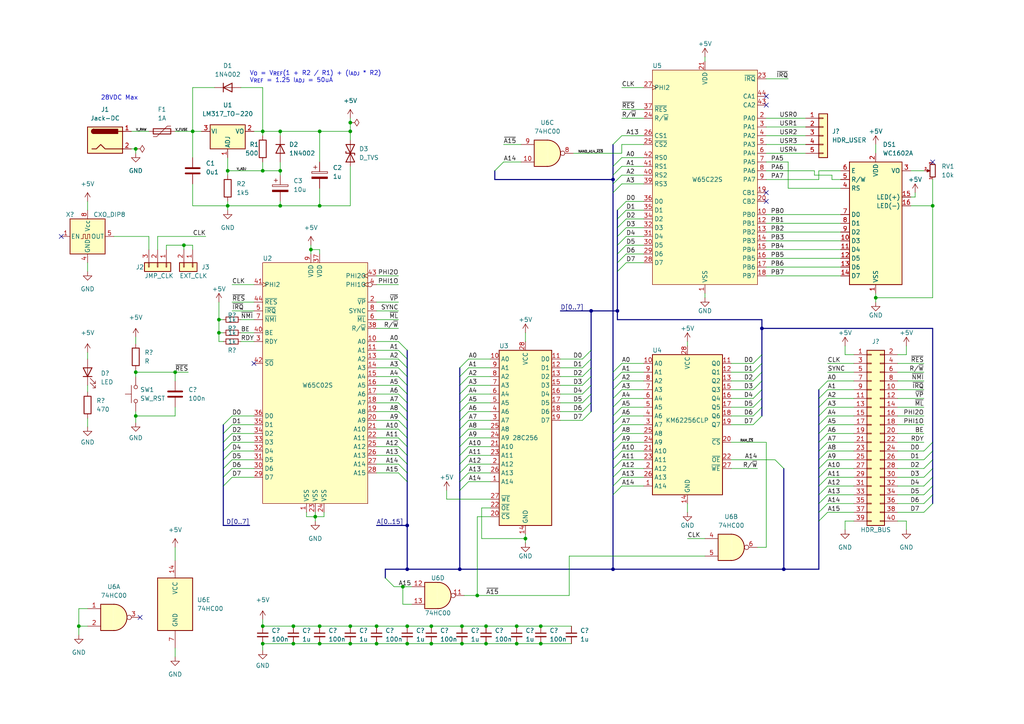
<source format=kicad_sch>
(kicad_sch (version 20211123) (generator eeschema)
  (paper "A4")
  (junction (at 140.97 186.69))
  (junction (at 138.43 172.72))
  (junction (at 118.11 186.69))
  (junction (at 118.11 165.1))
  (junction (at 39.37 107.95))
  (junction (at 81.28 59.69))
  (junction (at 270.51 59.69))
  (junction (at 101.6 181.61))
  (junction (at 101.6 186.69))
  (junction (at 92.71 186.69))
  (junction (at 76.2 49.53))
  (junction (at 125.095 186.69))
  (junction (at 63.5 92.71))
  (junction (at 179.07 90.17))
  (junction (at 118.11 152.4))
  (junction (at 81.28 49.53))
  (junction (at 220.98 95.25))
  (junction (at 66.04 49.53))
  (junction (at 149.86 186.69))
  (junction (at 76.2 38.1))
  (junction (at 53.34 71.12))
  (junction (at 91.44 149.86))
  (junction (at 76.2 181.61))
  (junction (at 177.8 52.07))
  (junction (at 156.845 186.69))
  (junction (at 109.22 186.69))
  (junction (at 85.09 186.69))
  (junction (at 116.84 170.18))
  (junction (at 39.37 120.65))
  (junction (at 227.33 165.1))
  (junction (at 92.71 181.61))
  (junction (at 92.71 38.1))
  (junction (at 101.6 35.56))
  (junction (at 85.09 181.61))
  (junction (at 149.86 181.61))
  (junction (at 39.37 43.18))
  (junction (at 22.86 181.61))
  (junction (at 140.97 181.61))
  (junction (at 125.095 181.61))
  (junction (at 101.6 38.1))
  (junction (at 90.17 72.39))
  (junction (at 66.04 59.69))
  (junction (at 156.845 181.61))
  (junction (at 55.88 38.1))
  (junction (at 109.22 181.61))
  (junction (at 63.5 96.52))
  (junction (at 81.28 38.1))
  (junction (at 50.8 107.95))
  (junction (at 171.45 90.17))
  (junction (at 152.4 156.21))
  (junction (at 177.8 165.1))
  (junction (at 133.985 186.69))
  (junction (at 76.2 186.69))
  (junction (at 92.71 59.69))
  (junction (at 118.11 181.61))
  (junction (at 133.35 165.1))
  (junction (at 254 86.36))
  (junction (at 133.985 181.61))
  (no_connect (at 222.25 27.94))
  (no_connect (at 222.25 30.48))
  (no_connect (at 17.78 68.58))
  (no_connect (at 270.51 46.99))
  (no_connect (at 73.66 105.41))
  (no_connect (at 222.25 58.42))
  (no_connect (at 222.25 55.88))
  (no_connect (at 40.64 179.07))
  (bus_entry (at 180.34 135.89) (size -2.54 2.54))
  (bus_entry (at 115.57 109.22) (size 2.54 2.54))
  (bus_entry (at 240.03 138.43) (size -2.54 2.54))
  (bus_entry (at 168.91 104.14) (size 2.54 -2.54))
  (bus_entry (at 180.34 53.34) (size -2.54 2.54))
  (bus_entry (at 115.57 132.08) (size 2.54 2.54))
  (bus_entry (at 115.57 114.3) (size 2.54 2.54))
  (bus_entry (at 267.97 140.97) (size 2.54 -2.54))
  (bus_entry (at 115.57 134.62) (size 2.54 2.54))
  (bus_entry (at 115.57 121.92) (size 2.54 2.54))
  (bus_entry (at 218.44 113.03) (size 2.54 -2.54))
  (bus_entry (at 180.34 105.41) (size -2.54 2.54))
  (bus_entry (at 115.57 116.84) (size 2.54 2.54))
  (bus_entry (at 135.89 132.08) (size -2.54 2.54))
  (bus_entry (at 115.57 127) (size 2.54 2.54))
  (bus_entry (at 267.97 138.43) (size 2.54 -2.54))
  (bus_entry (at 218.44 110.49) (size 2.54 -2.54))
  (bus_entry (at 67.31 125.73) (size -2.54 2.54))
  (bus_entry (at 135.89 121.92) (size -2.54 2.54))
  (bus_entry (at 180.34 125.73) (size -2.54 2.54))
  (bus_entry (at 67.31 120.65) (size -2.54 2.54))
  (bus_entry (at 146.05 46.99) (size -2.54 2.54))
  (bus_entry (at 240.03 148.59) (size -2.54 2.54))
  (bus_entry (at 67.31 130.81) (size -2.54 2.54))
  (bus_entry (at 181.61 60.96) (size -2.54 2.54))
  (bus_entry (at 180.34 45.72) (size -2.54 2.54))
  (bus_entry (at 180.34 48.26) (size -2.54 2.54))
  (bus_entry (at 240.03 143.51) (size -2.54 2.54))
  (bus_entry (at 115.57 104.14) (size 2.54 2.54))
  (bus_entry (at 180.34 113.03) (size -2.54 2.54))
  (bus_entry (at 135.89 127) (size -2.54 2.54))
  (bus_entry (at 115.57 137.16) (size 2.54 2.54))
  (bus_entry (at 180.34 130.81) (size -2.54 2.54))
  (bus_entry (at 135.89 114.3) (size -2.54 2.54))
  (bus_entry (at 180.34 118.11) (size -2.54 2.54))
  (bus_entry (at 180.34 133.35) (size -2.54 2.54))
  (bus_entry (at 180.34 120.65) (size -2.54 2.54))
  (bus_entry (at 218.44 120.65) (size 2.54 -2.54))
  (bus_entry (at 240.03 133.35) (size -2.54 2.54))
  (bus_entry (at 240.03 123.19) (size -2.54 2.54))
  (bus_entry (at 181.61 73.66) (size -2.54 2.54))
  (bus_entry (at 168.91 116.84) (size 2.54 -2.54))
  (bus_entry (at 267.97 148.59) (size 2.54 -2.54))
  (bus_entry (at 181.61 68.58) (size -2.54 2.54))
  (bus_entry (at 240.03 118.11) (size -2.54 2.54))
  (bus_entry (at 180.34 39.37) (size -2.54 2.54))
  (bus_entry (at 168.91 119.38) (size 2.54 -2.54))
  (bus_entry (at 181.61 76.2) (size -2.54 2.54))
  (bus_entry (at 240.03 120.65) (size -2.54 2.54))
  (bus_entry (at 181.61 66.04) (size -2.54 2.54))
  (bus_entry (at 115.57 124.46) (size 2.54 2.54))
  (bus_entry (at 115.57 106.68) (size 2.54 2.54))
  (bus_entry (at 115.57 111.76) (size 2.54 2.54))
  (bus_entry (at 218.44 118.11) (size 2.54 -2.54))
  (bus_entry (at 218.44 107.95) (size 2.54 -2.54))
  (bus_entry (at 168.91 106.68) (size 2.54 -2.54))
  (bus_entry (at 240.03 140.97) (size -2.54 2.54))
  (bus_entry (at 67.31 128.27) (size -2.54 2.54))
  (bus_entry (at 135.89 111.76) (size -2.54 2.54))
  (bus_entry (at 135.89 137.16) (size -2.54 2.54))
  (bus_entry (at 218.44 115.57) (size 2.54 -2.54))
  (bus_entry (at 180.34 123.19) (size -2.54 2.54))
  (bus_entry (at 115.57 101.6) (size 2.54 2.54))
  (bus_entry (at 135.89 129.54) (size -2.54 2.54))
  (bus_entry (at 224.79 133.35) (size 2.54 2.54))
  (bus_entry (at 135.89 134.62) (size -2.54 2.54))
  (bus_entry (at 135.89 116.84) (size -2.54 2.54))
  (bus_entry (at 180.34 128.27) (size -2.54 2.54))
  (bus_entry (at 180.34 107.95) (size -2.54 2.54))
  (bus_entry (at 180.34 110.49) (size -2.54 2.54))
  (bus_entry (at 218.44 105.41) (size 2.54 -2.54))
  (bus_entry (at 135.89 106.68) (size -2.54 2.54))
  (bus_entry (at 135.89 139.7) (size -2.54 2.54))
  (bus_entry (at 267.97 143.51) (size 2.54 -2.54))
  (bus_entry (at 267.97 146.05) (size 2.54 -2.54))
  (bus_entry (at 135.89 119.38) (size -2.54 2.54))
  (bus_entry (at 168.91 111.76) (size 2.54 -2.54))
  (bus_entry (at 181.61 58.42) (size -2.54 2.54))
  (bus_entry (at 240.03 125.73) (size -2.54 2.54))
  (bus_entry (at 115.57 129.54) (size 2.54 2.54))
  (bus_entry (at 180.34 50.8) (size -2.54 2.54))
  (bus_entry (at 240.03 146.05) (size -2.54 2.54))
  (bus_entry (at 135.89 104.14) (size -2.54 2.54))
  (bus_entry (at 67.31 135.89) (size -2.54 2.54))
  (bus_entry (at 181.61 71.12) (size -2.54 2.54))
  (bus_entry (at 218.44 123.19) (size 2.54 -2.54))
  (bus_entry (at 135.89 109.22) (size -2.54 2.54))
  (bus_entry (at 168.91 121.92) (size 2.54 -2.54))
  (bus_entry (at 114.3 170.18) (size -2.54 -2.54))
  (bus_entry (at 267.97 133.35) (size 2.54 -2.54))
  (bus_entry (at 67.31 123.19) (size -2.54 2.54))
  (bus_entry (at 267.97 130.81) (size 2.54 -2.54))
  (bus_entry (at 180.34 140.97) (size -2.54 2.54))
  (bus_entry (at 240.03 115.57) (size -2.54 2.54))
  (bus_entry (at 181.61 63.5) (size -2.54 2.54))
  (bus_entry (at 240.03 130.81) (size -2.54 2.54))
  (bus_entry (at 180.34 138.43) (size -2.54 2.54))
  (bus_entry (at 168.91 114.3) (size 2.54 -2.54))
  (bus_entry (at 240.03 110.49) (size -2.54 2.54))
  (bus_entry (at 135.89 124.46) (size -2.54 2.54))
  (bus_entry (at 267.97 135.89) (size 2.54 -2.54))
  (bus_entry (at 240.03 128.27) (size -2.54 2.54))
  (bus_entry (at 240.03 113.03) (size -2.54 2.54))
  (bus_entry (at 168.91 109.22) (size 2.54 -2.54))
  (bus_entry (at 180.34 115.57) (size -2.54 2.54))
  (bus_entry (at 115.57 99.06) (size 2.54 2.54))
  (bus_entry (at 240.03 135.89) (size -2.54 2.54))
  (bus_entry (at 115.57 119.38) (size 2.54 2.54))
  (bus_entry (at 67.31 133.35) (size -2.54 2.54))
  (bus_entry (at 67.31 138.43) (size -2.54 2.54))
  (wire (pts (xy 267.97 128.27) (xy 260.35 128.27)))
  (wire (pts (xy 39.37 43.18) (xy 39.37 44.45)))
  (wire (pts (xy 76.2 49.53) (xy 66.04 49.53)))
  (wire (pts (xy 240.03 125.73) (xy 247.65 125.73)))
  (bus (pts (xy 171.45 109.22) (xy 171.45 111.76)))
  (bus (pts (xy 109.22 152.4) (xy 118.11 152.4)))
  (wire (pts (xy 55.88 25.4) (xy 55.88 38.1)))
  (wire (pts (xy 109.22 137.16) (xy 115.57 137.16)))
  (bus (pts (xy 177.8 118.11) (xy 177.8 120.65)))
  (wire (pts (xy 152.4 96.52) (xy 152.4 99.06)))
  (bus (pts (xy 171.45 116.84) (xy 171.45 119.38)))
  (bus (pts (xy 237.49 125.73) (xy 237.49 128.27)))
  (bus (pts (xy 237.49 148.59) (xy 237.49 151.13)))
  (wire (pts (xy 149.86 181.61) (xy 156.845 181.61)))
  (bus (pts (xy 177.8 53.34) (xy 177.8 55.88)))
  (bus (pts (xy 118.11 127) (xy 118.11 129.54)))
  (wire (pts (xy 199.39 156.21) (xy 204.47 156.21)))
  (wire (pts (xy 81.28 49.53) (xy 81.28 50.8)))
  (bus (pts (xy 179.07 73.66) (xy 179.07 76.2)))
  (bus (pts (xy 237.49 128.27) (xy 237.49 130.81)))
  (wire (pts (xy 260.35 113.03) (xy 267.97 113.03)))
  (wire (pts (xy 50.8 38.1) (xy 55.88 38.1)))
  (bus (pts (xy 64.77 125.73) (xy 64.77 128.27)))
  (bus (pts (xy 133.35 124.46) (xy 133.35 127)))
  (bus (pts (xy 179.07 60.96) (xy 179.07 63.5)))
  (bus (pts (xy 171.45 106.68) (xy 171.45 109.22)))
  (wire (pts (xy 240.03 143.51) (xy 247.65 143.51)))
  (wire (pts (xy 76.2 25.4) (xy 76.2 38.1)))
  (wire (pts (xy 76.2 49.53) (xy 81.28 49.53)))
  (wire (pts (xy 138.43 172.72) (xy 165.1 172.72)))
  (wire (pts (xy 38.1 38.1) (xy 43.18 38.1)))
  (wire (pts (xy 181.61 68.58) (xy 186.69 68.58)))
  (bus (pts (xy 143.51 49.53) (xy 143.51 52.07)))
  (wire (pts (xy 240.03 148.59) (xy 247.65 148.59)))
  (wire (pts (xy 69.85 92.71) (xy 73.66 92.71)))
  (wire (pts (xy 180.34 48.26) (xy 186.69 48.26)))
  (bus (pts (xy 64.77 152.4) (xy 72.39 152.4)))
  (wire (pts (xy 109.22 82.55) (xy 115.57 82.55)))
  (wire (pts (xy 64.77 92.71) (xy 63.5 92.71)))
  (bus (pts (xy 177.8 143.51) (xy 177.8 165.1)))
  (wire (pts (xy 109.22 124.46) (xy 115.57 124.46)))
  (bus (pts (xy 133.35 121.92) (xy 133.35 124.46)))
  (wire (pts (xy 50.8 120.65) (xy 39.37 120.65)))
  (wire (pts (xy 267.97 133.35) (xy 260.35 133.35)))
  (bus (pts (xy 220.98 102.87) (xy 220.98 95.25)))
  (wire (pts (xy 142.24 116.84) (xy 135.89 116.84)))
  (bus (pts (xy 171.45 104.14) (xy 171.45 106.68)))
  (wire (pts (xy 67.31 120.65) (xy 73.66 120.65)))
  (wire (pts (xy 168.91 111.76) (xy 162.56 111.76)))
  (bus (pts (xy 270.51 135.89) (xy 270.51 133.35)))
  (wire (pts (xy 142.24 139.7) (xy 135.89 139.7)))
  (wire (pts (xy 156.845 186.69) (xy 165.735 186.69)))
  (wire (pts (xy 76.2 181.61) (xy 85.09 181.61)))
  (bus (pts (xy 177.8 140.97) (xy 177.8 143.51)))
  (wire (pts (xy 69.85 25.4) (xy 76.2 25.4)))
  (wire (pts (xy 85.09 181.61) (xy 92.71 181.61)))
  (bus (pts (xy 64.77 128.27) (xy 64.77 130.81)))
  (wire (pts (xy 109.22 127) (xy 115.57 127)))
  (bus (pts (xy 237.49 115.57) (xy 237.49 118.11)))
  (wire (pts (xy 73.66 38.1) (xy 76.2 38.1)))
  (bus (pts (xy 118.11 134.62) (xy 118.11 137.16)))
  (bus (pts (xy 64.77 140.97) (xy 64.77 152.4)))
  (wire (pts (xy 109.22 95.25) (xy 115.57 95.25)))
  (wire (pts (xy 67.31 135.89) (xy 73.66 135.89)))
  (wire (pts (xy 140.97 186.69) (xy 149.86 186.69)))
  (bus (pts (xy 220.98 107.95) (xy 220.98 110.49)))
  (wire (pts (xy 222.25 22.86) (xy 228.6 22.86)))
  (wire (pts (xy 67.31 130.81) (xy 73.66 130.81)))
  (wire (pts (xy 260.35 120.65) (xy 267.97 120.65)))
  (wire (pts (xy 241.3 50.8) (xy 241.3 52.07)))
  (bus (pts (xy 177.8 48.26) (xy 177.8 50.8)))
  (wire (pts (xy 90.17 72.39) (xy 90.17 73.66)))
  (wire (pts (xy 264.16 57.15) (xy 265.43 57.15)))
  (wire (pts (xy 22.86 184.15) (xy 22.86 181.61)))
  (bus (pts (xy 133.35 116.84) (xy 133.35 119.38)))
  (wire (pts (xy 180.34 44.45) (xy 180.34 41.91)))
  (wire (pts (xy 254 86.36) (xy 254 85.09)))
  (wire (pts (xy 180.34 31.75) (xy 186.69 31.75)))
  (bus (pts (xy 111.76 165.1) (xy 111.76 167.64)))
  (bus (pts (xy 177.8 138.43) (xy 177.8 140.97)))
  (bus (pts (xy 237.49 133.35) (xy 237.49 135.89)))
  (wire (pts (xy 142.24 134.62) (xy 135.89 134.62)))
  (wire (pts (xy 152.4 156.21) (xy 152.4 157.48)))
  (wire (pts (xy 186.69 138.43) (xy 180.34 138.43)))
  (wire (pts (xy 142.24 109.22) (xy 135.89 109.22)))
  (wire (pts (xy 67.31 87.63) (xy 73.66 87.63)))
  (bus (pts (xy 177.8 130.81) (xy 177.8 133.35)))
  (wire (pts (xy 142.24 137.16) (xy 135.89 137.16)))
  (bus (pts (xy 133.35 129.54) (xy 133.35 132.08)))
  (wire (pts (xy 142.24 121.92) (xy 135.89 121.92)))
  (bus (pts (xy 133.35 119.38) (xy 133.35 121.92)))
  (wire (pts (xy 142.24 147.32) (xy 139.7 147.32)))
  (wire (pts (xy 64.77 99.06) (xy 63.5 99.06)))
  (bus (pts (xy 270.51 143.51) (xy 270.51 140.97)))
  (wire (pts (xy 240.03 123.19) (xy 247.65 123.19)))
  (wire (pts (xy 260.35 110.49) (xy 267.97 110.49)))
  (wire (pts (xy 228.6 54.61) (xy 243.84 54.61)))
  (bus (pts (xy 162.56 90.17) (xy 171.45 90.17)))
  (bus (pts (xy 220.98 113.03) (xy 220.98 115.57)))
  (bus (pts (xy 220.98 95.25) (xy 220.98 92.71)))
  (wire (pts (xy 240.03 107.95) (xy 247.65 107.95)))
  (wire (pts (xy 63.5 87.63) (xy 63.5 92.71)))
  (wire (pts (xy 48.26 72.39) (xy 48.26 71.12)))
  (wire (pts (xy 260.35 115.57) (xy 267.97 115.57)))
  (wire (pts (xy 262.89 102.87) (xy 262.89 100.33)))
  (bus (pts (xy 179.07 63.5) (xy 179.07 66.04)))
  (bus (pts (xy 118.11 132.08) (xy 118.11 134.62)))
  (wire (pts (xy 142.24 111.76) (xy 135.89 111.76)))
  (bus (pts (xy 133.35 109.22) (xy 133.35 111.76)))
  (bus (pts (xy 270.51 140.97) (xy 270.51 138.43)))
  (wire (pts (xy 222.25 36.83) (xy 233.68 36.83)))
  (bus (pts (xy 220.98 115.57) (xy 220.98 118.11)))
  (wire (pts (xy 222.25 69.85) (xy 243.84 69.85)))
  (wire (pts (xy 50.8 107.95) (xy 39.37 107.95)))
  (wire (pts (xy 81.28 59.69) (xy 81.28 58.42)))
  (bus (pts (xy 177.8 133.35) (xy 177.8 135.89)))
  (wire (pts (xy 55.88 38.1) (xy 58.42 38.1)))
  (wire (pts (xy 166.37 44.45) (xy 180.34 44.45)))
  (bus (pts (xy 237.49 118.11) (xy 237.49 120.65)))
  (wire (pts (xy 260.35 151.13) (xy 262.89 151.13)))
  (wire (pts (xy 204.47 16.51) (xy 204.47 17.78)))
  (wire (pts (xy 262.89 151.13) (xy 262.89 153.67)))
  (wire (pts (xy 267.97 140.97) (xy 260.35 140.97)))
  (wire (pts (xy 50.8 118.11) (xy 50.8 120.65)))
  (bus (pts (xy 237.49 113.03) (xy 237.49 115.57)))
  (wire (pts (xy 241.3 52.07) (xy 243.84 52.07)))
  (wire (pts (xy 92.71 181.61) (xy 101.6 181.61)))
  (bus (pts (xy 237.49 135.89) (xy 237.49 138.43)))
  (bus (pts (xy 220.98 110.49) (xy 220.98 113.03)))
  (wire (pts (xy 240.03 128.27) (xy 247.65 128.27)))
  (wire (pts (xy 199.39 99.06) (xy 199.39 100.33)))
  (wire (pts (xy 109.22 116.84) (xy 115.57 116.84)))
  (bus (pts (xy 177.8 50.8) (xy 177.8 52.07)))
  (wire (pts (xy 81.28 46.99) (xy 81.28 49.53)))
  (wire (pts (xy 109.22 119.38) (xy 115.57 119.38)))
  (wire (pts (xy 39.37 107.95) (xy 39.37 109.22)))
  (wire (pts (xy 186.69 110.49) (xy 180.34 110.49)))
  (wire (pts (xy 260.35 118.11) (xy 267.97 118.11)))
  (wire (pts (xy 270.51 59.69) (xy 270.51 86.36)))
  (wire (pts (xy 270.51 86.36) (xy 254 86.36)))
  (bus (pts (xy 171.45 101.6) (xy 171.45 104.14)))
  (bus (pts (xy 64.77 138.43) (xy 64.77 140.97)))
  (wire (pts (xy 142.24 124.46) (xy 135.89 124.46)))
  (wire (pts (xy 55.88 72.39) (xy 55.88 71.12)))
  (wire (pts (xy 267.97 130.81) (xy 260.35 130.81)))
  (wire (pts (xy 55.88 38.1) (xy 55.88 45.72)))
  (bus (pts (xy 179.07 78.74) (xy 179.07 90.17)))
  (wire (pts (xy 222.25 46.99) (xy 228.6 46.99)))
  (wire (pts (xy 146.05 46.99) (xy 151.13 46.99)))
  (wire (pts (xy 186.69 123.19) (xy 180.34 123.19)))
  (wire (pts (xy 109.22 114.3) (xy 115.57 114.3)))
  (wire (pts (xy 142.24 119.38) (xy 135.89 119.38)))
  (bus (pts (xy 177.8 125.73) (xy 177.8 128.27)))
  (bus (pts (xy 143.51 52.07) (xy 177.8 52.07)))
  (bus (pts (xy 220.98 118.11) (xy 220.98 120.65)))
  (wire (pts (xy 168.91 116.84) (xy 162.56 116.84)))
  (wire (pts (xy 133.985 186.69) (xy 140.97 186.69)))
  (bus (pts (xy 171.45 114.3) (xy 171.45 116.84)))
  (bus (pts (xy 118.11 152.4) (xy 118.11 165.1)))
  (bus (pts (xy 133.35 111.76) (xy 133.35 114.3)))
  (wire (pts (xy 260.35 102.87) (xy 262.89 102.87)))
  (bus (pts (xy 179.07 66.04) (xy 179.07 68.58)))
  (wire (pts (xy 101.6 48.26) (xy 101.6 59.69)))
  (wire (pts (xy 76.2 46.99) (xy 76.2 49.53)))
  (wire (pts (xy 50.8 187.96) (xy 50.8 190.5)))
  (wire (pts (xy 218.44 118.11) (xy 212.09 118.11)))
  (wire (pts (xy 180.34 39.37) (xy 186.69 39.37)))
  (bus (pts (xy 133.35 142.24) (xy 133.35 165.1)))
  (wire (pts (xy 180.34 53.34) (xy 186.69 53.34)))
  (wire (pts (xy 138.43 149.86) (xy 138.43 172.72)))
  (wire (pts (xy 92.71 38.1) (xy 101.6 38.1)))
  (wire (pts (xy 63.5 96.52) (xy 64.77 96.52)))
  (bus (pts (xy 220.98 105.41) (xy 220.98 102.87)))
  (wire (pts (xy 218.44 107.95) (xy 212.09 107.95)))
  (wire (pts (xy 140.97 181.61) (xy 149.86 181.61)))
  (wire (pts (xy 109.22 181.61) (xy 118.11 181.61)))
  (wire (pts (xy 22.86 181.61) (xy 22.86 176.53)))
  (wire (pts (xy 222.25 52.07) (xy 237.49 52.07)))
  (bus (pts (xy 237.49 146.05) (xy 237.49 148.59)))
  (wire (pts (xy 25.4 111.76) (xy 25.4 113.665)))
  (wire (pts (xy 55.88 71.12) (xy 53.34 71.12)))
  (bus (pts (xy 237.49 151.13) (xy 237.49 165.1)))
  (bus (pts (xy 177.8 55.88) (xy 177.8 107.95)))
  (wire (pts (xy 45.72 72.39) (xy 45.72 68.58)))
  (bus (pts (xy 171.45 111.76) (xy 171.45 114.3)))
  (wire (pts (xy 240.03 130.81) (xy 247.65 130.81)))
  (wire (pts (xy 25.4 76.2) (xy 25.4 78.74)))
  (bus (pts (xy 177.8 110.49) (xy 177.8 113.03)))
  (wire (pts (xy 109.22 90.17) (xy 115.57 90.17)))
  (wire (pts (xy 101.6 186.69) (xy 109.22 186.69)))
  (wire (pts (xy 85.09 186.69) (xy 92.71 186.69)))
  (wire (pts (xy 116.84 170.18) (xy 116.84 175.26)))
  (wire (pts (xy 76.2 179.705) (xy 76.2 181.61)))
  (wire (pts (xy 245.11 153.67) (xy 245.11 151.13)))
  (wire (pts (xy 76.2 38.1) (xy 76.2 39.37)))
  (bus (pts (xy 237.49 138.43) (xy 237.49 140.97)))
  (wire (pts (xy 101.6 34.29) (xy 101.6 35.56)))
  (wire (pts (xy 125.095 186.69) (xy 133.985 186.69)))
  (wire (pts (xy 267.97 135.89) (xy 260.35 135.89)))
  (wire (pts (xy 67.31 133.35) (xy 73.66 133.35)))
  (wire (pts (xy 129.54 144.78) (xy 129.54 142.24)))
  (wire (pts (xy 76.2 38.1) (xy 81.28 38.1)))
  (bus (pts (xy 237.49 165.1) (xy 227.33 165.1)))
  (wire (pts (xy 22.86 176.53) (xy 25.4 176.53)))
  (wire (pts (xy 62.23 25.4) (xy 55.88 25.4)))
  (wire (pts (xy 245.11 100.33) (xy 245.11 102.87)))
  (wire (pts (xy 45.72 68.58) (xy 59.69 68.58)))
  (wire (pts (xy 222.25 49.53) (xy 236.22 49.53)))
  (wire (pts (xy 270.51 52.07) (xy 270.51 59.69)))
  (wire (pts (xy 109.22 111.76) (xy 115.57 111.76)))
  (wire (pts (xy 67.31 82.55) (xy 73.66 82.55)))
  (wire (pts (xy 142.24 149.86) (xy 138.43 149.86)))
  (wire (pts (xy 168.91 109.22) (xy 162.56 109.22)))
  (wire (pts (xy 168.91 121.92) (xy 162.56 121.92)))
  (bus (pts (xy 179.07 68.58) (xy 179.07 71.12)))
  (wire (pts (xy 180.34 50.8) (xy 186.69 50.8)))
  (wire (pts (xy 53.34 71.12) (xy 53.34 72.39)))
  (wire (pts (xy 222.25 77.47) (xy 243.84 77.47)))
  (wire (pts (xy 181.61 60.96) (xy 186.69 60.96)))
  (wire (pts (xy 218.44 113.03) (xy 212.09 113.03)))
  (bus (pts (xy 179.07 76.2) (xy 179.07 78.74)))
  (wire (pts (xy 142.24 106.68) (xy 135.89 106.68)))
  (bus (pts (xy 118.11 129.54) (xy 118.11 132.08)))
  (wire (pts (xy 218.44 110.49) (xy 212.09 110.49)))
  (wire (pts (xy 91.44 148.59) (xy 91.44 149.86)))
  (wire (pts (xy 139.7 156.21) (xy 152.4 156.21)))
  (wire (pts (xy 222.25 128.27) (xy 222.25 158.75)))
  (bus (pts (xy 118.11 137.16) (xy 118.11 139.7)))
  (wire (pts (xy 109.22 109.22) (xy 115.57 109.22)))
  (wire (pts (xy 222.25 44.45) (xy 233.68 44.45)))
  (wire (pts (xy 222.25 80.01) (xy 243.84 80.01)))
  (bus (pts (xy 177.8 41.91) (xy 177.8 48.26)))
  (wire (pts (xy 38.1 43.18) (xy 39.37 43.18)))
  (wire (pts (xy 181.61 71.12) (xy 186.69 71.12)))
  (bus (pts (xy 133.35 132.08) (xy 133.35 134.62)))
  (wire (pts (xy 88.9 149.86) (xy 91.44 149.86)))
  (bus (pts (xy 133.35 106.68) (xy 133.35 109.22)))
  (wire (pts (xy 109.22 129.54) (xy 115.57 129.54)))
  (wire (pts (xy 69.85 96.52) (xy 73.66 96.52)))
  (bus (pts (xy 133.35 127) (xy 133.35 129.54)))
  (bus (pts (xy 133.35 139.7) (xy 133.35 142.24)))
  (wire (pts (xy 76.2 186.69) (xy 85.09 186.69)))
  (wire (pts (xy 63.5 99.06) (xy 63.5 96.52)))
  (bus (pts (xy 133.35 137.16) (xy 133.35 139.7)))
  (wire (pts (xy 186.69 125.73) (xy 180.34 125.73)))
  (wire (pts (xy 43.18 68.58) (xy 43.18 72.39)))
  (bus (pts (xy 177.8 135.89) (xy 177.8 138.43)))
  (bus (pts (xy 237.49 140.97) (xy 237.49 143.51)))
  (wire (pts (xy 50.8 110.49) (xy 50.8 107.95)))
  (bus (pts (xy 177.8 120.65) (xy 177.8 123.19)))
  (bus (pts (xy 118.11 101.6) (xy 118.11 104.14)))
  (wire (pts (xy 236.22 49.53) (xy 236.22 50.8)))
  (wire (pts (xy 186.69 140.97) (xy 180.34 140.97)))
  (bus (pts (xy 118.11 121.92) (xy 118.11 124.46)))
  (wire (pts (xy 181.61 73.66) (xy 186.69 73.66)))
  (wire (pts (xy 180.34 41.91) (xy 186.69 41.91)))
  (wire (pts (xy 180.34 45.72) (xy 186.69 45.72)))
  (wire (pts (xy 245.11 102.87) (xy 247.65 102.87)))
  (bus (pts (xy 179.07 90.17) (xy 171.45 90.17)))
  (wire (pts (xy 260.35 107.95) (xy 267.97 107.95)))
  (wire (pts (xy 142.24 132.08) (xy 135.89 132.08)))
  (bus (pts (xy 237.49 120.65) (xy 237.49 123.19)))
  (bus (pts (xy 118.11 104.14) (xy 118.11 106.68)))
  (wire (pts (xy 222.25 41.91) (xy 233.68 41.91)))
  (wire (pts (xy 92.71 186.69) (xy 101.6 186.69)))
  (bus (pts (xy 270.51 138.43) (xy 270.51 135.89)))
  (bus (pts (xy 179.07 71.12) (xy 179.07 73.66)))
  (wire (pts (xy 240.03 146.05) (xy 247.65 146.05)))
  (wire (pts (xy 186.69 120.65) (xy 180.34 120.65)))
  (wire (pts (xy 66.04 59.69) (xy 66.04 58.42)))
  (wire (pts (xy 109.22 104.14) (xy 115.57 104.14)))
  (bus (pts (xy 133.35 165.1) (xy 118.11 165.1)))
  (wire (pts (xy 142.24 144.78) (xy 129.54 144.78)))
  (wire (pts (xy 181.61 63.5) (xy 186.69 63.5)))
  (wire (pts (xy 237.49 49.53) (xy 243.84 49.53)))
  (wire (pts (xy 267.97 138.43) (xy 260.35 138.43)))
  (wire (pts (xy 33.02 68.58) (xy 43.18 68.58)))
  (wire (pts (xy 222.25 64.77) (xy 243.84 64.77)))
  (bus (pts (xy 133.35 165.1) (xy 177.8 165.1)))
  (wire (pts (xy 222.25 34.29) (xy 233.68 34.29)))
  (wire (pts (xy 69.85 99.06) (xy 73.66 99.06)))
  (wire (pts (xy 222.25 158.75) (xy 219.71 158.75)))
  (wire (pts (xy 186.69 105.41) (xy 180.34 105.41)))
  (bus (pts (xy 270.51 130.81) (xy 270.51 128.27)))
  (wire (pts (xy 142.24 127) (xy 135.89 127)))
  (wire (pts (xy 156.845 181.61) (xy 165.735 181.61)))
  (bus (pts (xy 118.11 109.22) (xy 118.11 111.76)))
  (wire (pts (xy 180.34 34.29) (xy 186.69 34.29)))
  (wire (pts (xy 109.22 106.68) (xy 115.57 106.68)))
  (wire (pts (xy 149.86 186.69) (xy 156.845 186.69)))
  (wire (pts (xy 186.69 135.89) (xy 180.34 135.89)))
  (wire (pts (xy 204.47 85.09) (xy 204.47 86.36)))
  (wire (pts (xy 264.16 59.69) (xy 270.51 59.69)))
  (wire (pts (xy 63.5 92.71) (xy 63.5 96.52)))
  (wire (pts (xy 236.22 50.8) (xy 241.3 50.8)))
  (wire (pts (xy 39.37 107.315) (xy 39.37 107.95)))
  (wire (pts (xy 152.4 154.94) (xy 152.4 156.21)))
  (wire (pts (xy 92.71 54.61) (xy 92.71 59.69)))
  (wire (pts (xy 254 87.63) (xy 254 86.36)))
  (bus (pts (xy 133.35 134.62) (xy 133.35 137.16)))
  (wire (pts (xy 101.6 59.69) (xy 92.71 59.69)))
  (bus (pts (xy 270.51 133.35) (xy 270.51 130.81)))
  (wire (pts (xy 39.37 97.79) (xy 39.37 99.695)))
  (wire (pts (xy 222.25 62.23) (xy 243.84 62.23)))
  (wire (pts (xy 81.28 38.1) (xy 92.71 38.1)))
  (wire (pts (xy 146.05 41.91) (xy 151.13 41.91)))
  (wire (pts (xy 125.095 181.61) (xy 133.985 181.61)))
  (wire (pts (xy 212.09 135.89) (xy 219.71 135.89)))
  (bus (pts (xy 118.11 106.68) (xy 118.11 109.22)))
  (wire (pts (xy 237.49 52.07) (xy 237.49 49.53)))
  (wire (pts (xy 92.71 38.1) (xy 92.71 46.99)))
  (wire (pts (xy 50.8 107.95) (xy 54.61 107.95)))
  (bus (pts (xy 64.77 135.89) (xy 64.77 138.43)))
  (bus (pts (xy 177.8 107.95) (xy 177.8 110.49)))
  (bus (pts (xy 118.11 124.46) (xy 118.11 127)))
  (wire (pts (xy 240.03 140.97) (xy 247.65 140.97)))
  (wire (pts (xy 67.31 128.27) (xy 73.66 128.27)))
  (wire (pts (xy 260.35 125.73) (xy 267.97 125.73)))
  (wire (pts (xy 222.25 67.31) (xy 243.84 67.31)))
  (wire (pts (xy 39.37 119.38) (xy 39.37 120.65)))
  (wire (pts (xy 222.25 72.39) (xy 243.84 72.39)))
  (bus (pts (xy 177.8 123.19) (xy 177.8 125.73)))
  (wire (pts (xy 48.26 71.12) (xy 53.34 71.12)))
  (wire (pts (xy 181.61 58.42) (xy 186.69 58.42)))
  (bus (pts (xy 64.77 133.35) (xy 64.77 135.89)))
  (wire (pts (xy 260.35 105.41) (xy 267.97 105.41)))
  (wire (pts (xy 109.22 92.71) (xy 115.57 92.71)))
  (wire (pts (xy 91.44 149.86) (xy 91.44 151.13)))
  (wire (pts (xy 260.35 123.19) (xy 267.97 123.19)))
  (bus (pts (xy 118.11 165.1) (xy 111.76 165.1)))
  (bus (pts (xy 179.07 92.71) (xy 179.07 90.17)))
  (wire (pts (xy 240.03 135.89) (xy 247.65 135.89)))
  (wire (pts (xy 109.22 101.6) (xy 115.57 101.6)))
  (wire (pts (xy 25.4 121.285) (xy 25.4 123.825)))
  (wire (pts (xy 245.11 151.13) (xy 247.65 151.13)))
  (wire (pts (xy 55.88 53.34) (xy 55.88 59.69)))
  (wire (pts (xy 81.28 38.1) (xy 81.28 39.37)))
  (wire (pts (xy 240.03 118.11) (xy 247.65 118.11)))
  (bus (pts (xy 270.51 95.25) (xy 220.98 95.25)))
  (wire (pts (xy 265.43 57.15) (xy 265.43 55.88)))
  (wire (pts (xy 101.6 181.61) (xy 109.22 181.61)))
  (wire (pts (xy 109.22 80.01) (xy 115.57 80.01)))
  (wire (pts (xy 181.61 76.2) (xy 186.69 76.2)))
  (wire (pts (xy 168.91 114.3) (xy 162.56 114.3)))
  (wire (pts (xy 109.22 186.69) (xy 118.11 186.69)))
  (wire (pts (xy 186.69 130.81) (xy 180.34 130.81)))
  (wire (pts (xy 264.16 49.53) (xy 267.97 49.53)))
  (wire (pts (xy 101.6 35.56) (xy 101.6 38.1)))
  (wire (pts (xy 218.44 115.57) (xy 212.09 115.57)))
  (wire (pts (xy 22.86 181.61) (xy 25.4 181.61)))
  (bus (pts (xy 177.8 115.57) (xy 177.8 118.11)))
  (wire (pts (xy 222.25 39.37) (xy 233.68 39.37)))
  (wire (pts (xy 93.98 148.59) (xy 93.98 149.86)))
  (wire (pts (xy 218.44 123.19) (xy 212.09 123.19)))
  (wire (pts (xy 240.03 120.65) (xy 247.65 120.65)))
  (wire (pts (xy 142.24 114.3) (xy 135.89 114.3)))
  (wire (pts (xy 165.1 172.72) (xy 165.1 161.29)))
  (bus (pts (xy 227.33 135.89) (xy 227.33 165.1)))
  (wire (pts (xy 109.22 99.06) (xy 115.57 99.06)))
  (wire (pts (xy 66.04 45.72) (xy 66.04 49.53)))
  (wire (pts (xy 254 41.91) (xy 254 44.45)))
  (bus (pts (xy 64.77 130.81) (xy 64.77 133.35)))
  (wire (pts (xy 67.31 138.43) (xy 73.66 138.43)))
  (bus (pts (xy 227.33 165.1) (xy 177.8 165.1)))
  (wire (pts (xy 218.44 120.65) (xy 212.09 120.65)))
  (wire (pts (xy 199.39 146.05) (xy 199.39 148.59)))
  (wire (pts (xy 180.34 25.4) (xy 186.69 25.4)))
  (wire (pts (xy 186.69 115.57) (xy 180.34 115.57)))
  (wire (pts (xy 55.88 59.69) (xy 66.04 59.69)))
  (wire (pts (xy 212.09 133.35) (xy 224.79 133.35)))
  (wire (pts (xy 109.22 121.92) (xy 115.57 121.92)))
  (bus (pts (xy 270.51 146.05) (xy 270.51 143.51)))
  (wire (pts (xy 67.31 90.17) (xy 73.66 90.17)))
  (wire (pts (xy 66.04 59.69) (xy 81.28 59.69)))
  (bus (pts (xy 177.8 52.07) (xy 177.8 53.34)))
  (wire (pts (xy 88.9 148.59) (xy 88.9 149.86)))
  (wire (pts (xy 142.24 104.14) (xy 135.89 104.14)))
  (wire (pts (xy 139.7 147.32) (xy 139.7 156.21)))
  (wire (pts (xy 186.69 107.95) (xy 180.34 107.95)))
  (wire (pts (xy 212.09 128.27) (xy 222.25 128.27)))
  (bus (pts (xy 118.11 114.3) (xy 118.11 116.84)))
  (wire (pts (xy 267.97 146.05) (xy 260.35 146.05)))
  (wire (pts (xy 267.97 148.59) (xy 260.35 148.59)))
  (wire (pts (xy 186.69 113.03) (xy 180.34 113.03)))
  (bus (pts (xy 237.49 123.19) (xy 237.49 125.73)))
  (wire (pts (xy 92.71 59.69) (xy 81.28 59.69)))
  (wire (pts (xy 165.1 161.29) (xy 204.47 161.29)))
  (wire (pts (xy 240.03 133.35) (xy 247.65 133.35)))
  (wire (pts (xy 67.31 123.19) (xy 73.66 123.19)))
  (wire (pts (xy 39.37 120.65) (xy 39.37 122.555)))
  (wire (pts (xy 109.22 134.62) (xy 115.57 134.62)))
  (bus (pts (xy 118.11 111.76) (xy 118.11 114.3)))
  (wire (pts (xy 186.69 128.27) (xy 180.34 128.27)))
  (wire (pts (xy 142.24 129.54) (xy 135.89 129.54)))
  (wire (pts (xy 92.71 73.66) (xy 92.71 72.39)))
  (wire (pts (xy 116.84 175.26) (xy 119.38 175.26)))
  (wire (pts (xy 109.22 87.63) (xy 115.57 87.63)))
  (wire (pts (xy 240.03 110.49) (xy 247.65 110.49)))
  (bus (pts (xy 171.45 90.17) (xy 171.45 101.6)))
  (bus (pts (xy 133.35 114.3) (xy 133.35 116.84)))
  (wire (pts (xy 168.91 104.14) (xy 162.56 104.14)))
  (wire (pts (xy 240.03 113.03) (xy 247.65 113.03)))
  (wire (pts (xy 240.03 138.43) (xy 247.65 138.43)))
  (bus (pts (xy 220.98 107.95) (xy 220.98 105.41)))
  (wire (pts (xy 118.11 186.69) (xy 125.095 186.69)))
  (wire (pts (xy 50.8 158.75) (xy 50.8 162.56)))
  (wire (pts (xy 92.71 72.39) (xy 90.17 72.39)))
  (bus (pts (xy 177.8 113.03) (xy 177.8 115.57)))
  (wire (pts (xy 133.985 181.61) (xy 140.97 181.61)))
  (bus (pts (xy 177.8 128.27) (xy 177.8 130.81)))
  (wire (pts (xy 25.4 58.42) (xy 25.4 60.96)))
  (bus (pts (xy 118.11 139.7) (xy 118.11 152.4)))
  (bus (pts (xy 64.77 123.19) (xy 64.77 125.73)))
  (wire (pts (xy 218.44 105.41) (xy 212.09 105.41)))
  (wire (pts (xy 67.31 125.73) (xy 73.66 125.73)))
  (wire (pts (xy 168.91 119.38) (xy 162.56 119.38)))
  (wire (pts (xy 186.69 133.35) (xy 180.34 133.35)))
  (wire (pts (xy 66.04 59.69) (xy 66.04 60.96)))
  (wire (pts (xy 240.03 105.41) (xy 247.65 105.41)))
  (bus (pts (xy 118.11 119.38) (xy 118.11 121.92)))
  (bus (pts (xy 237.49 130.81) (xy 237.49 133.35)))
  (wire (pts (xy 101.6 40.64) (xy 101.6 38.1)))
  (wire (pts (xy 114.3 170.18) (xy 116.84 170.18)))
  (wire (pts (xy 168.91 106.68) (xy 162.56 106.68)))
  (wire (pts (xy 109.22 132.08) (xy 115.57 132.08)))
  (bus (pts (xy 220.98 92.71) (xy 179.07 92.71)))
  (wire (pts (xy 93.98 149.86) (xy 91.44 149.86)))
  (wire (pts (xy 66.04 49.53) (xy 66.04 50.8)))
  (wire (pts (xy 228.6 46.99) (xy 228.6 54.61)))
  (bus (pts (xy 118.11 116.84) (xy 118.11 119.38)))
  (wire (pts (xy 240.03 115.57) (xy 247.65 115.57)))
  (wire (pts (xy 222.25 74.93) (xy 243.84 74.93)))
  (wire (pts (xy 181.61 66.04) (xy 186.69 66.04)))
  (wire (pts (xy 90.17 71.12) (xy 90.17 72.39)))
  (wire (pts (xy 25.4 102.235) (xy 25.4 104.14)))
  (bus (pts (xy 237.49 143.51) (xy 237.49 146.05)))
  (wire (pts (xy 186.69 118.11) (xy 180.34 118.11)))
  (bus (pts (xy 270.51 95.25) (xy 270.51 128.27)))
  (wire (pts (xy 118.11 181.61) (xy 125.095 181.61)))
  (wire (pts (xy 134.62 172.72) (xy 138.43 172.72)))
  (wire (pts (xy 76.2 186.69) (xy 76.2 188.595)))
  (wire (pts (xy 267.97 143.51) (xy 260.35 143.51)))
  (wire (pts (xy 116.84 170.18) (xy 119.38 170.18)))
  (text "V_{O} = V_{REF}(1 + R2 / R1) + (I_{ADJ} * R2)\nV_{REF} = 1.25 I_{ADJ} = 50uA" (at 72.39 24.13 0) (effects (font (size 1.27 1.27)) (justify left bottom)))
  (text "28VDC Max" (at 29.21 29.21 0) (effects (font (size 1.27 1.27)) (justify left bottom)))
  (label "A14" (at 240.03 146.05 0))
  (label "R{slash}~{W}" (at 219.71 135.89 180))
  (label "A4" (at 115.57 109.22 180))
  (label "D7" (at 181.61 76.2 0))
  (label "D7" (at 218.44 123.19 180))
  (label "A6" (at 135.89 119.38 0))
  (label "PB5" (at 223.52 74.93 0))
  (label "A0" (at 135.89 104.14 0))
  (label "~{NMI}" (at 69.85 92.71 0))
  (label "CLK" (at 180.34 25.4 0))
  (label "A10" (at 135.89 129.54 0))
  (label "A2" (at 240.03 115.57 0))
  (label "A9" (at 180.34 128.27 0))
  (label "~{ML}" (at 267.97 118.11 180))
  (label "A0" (at 180.34 105.41 0))
  (label "A0" (at 240.03 110.49 0))
  (label "A13" (at 181.61 39.37 0))
  (label "A8" (at 115.57 119.38 180))
  (label "A12" (at 240.03 140.97 0))
  (label "D1" (at 266.7 133.35 180))
  (label "A8" (at 240.03 130.81 0))
  (label "D2" (at 218.44 110.49 180))
  (label "~{VP}" (at 115.57 87.63 180))
  (label "A3" (at 180.34 113.03 0))
  (label "D5" (at 67.31 133.35 0))
  (label "A9" (at 240.03 133.35 0))
  (label "A10" (at 240.03 135.89 0))
  (label "R{slash}~{W}" (at 180.34 34.29 0))
  (label "PA7" (at 227.33 52.07 180))
  (label "A12" (at 115.57 129.54 180))
  (label "D3" (at 218.44 113.03 180))
  (label "USR3" (at 226.06 41.91 0))
  (label "~{VP}" (at 267.97 115.57 180))
  (label "A6" (at 240.03 125.73 0))
  (label "D3" (at 266.7 138.43 180))
  (label "R{slash}~{W}" (at 115.57 95.25 180))
  (label "A10" (at 180.34 130.81 0))
  (label "A14" (at 135.89 139.7 0))
  (label "~{NMI}" (at 267.97 110.49 180))
  (label "D5" (at 266.7 143.51 180))
  (label "D4" (at 181.61 68.58 0))
  (label "A6" (at 115.57 114.3 180))
  (label "V_RAW" (at 39.37 38.1 0) (effects (font (size 0.65 0.65))))
  (label "CLK" (at 67.31 82.55 0))
  (label "A2" (at 181.61 50.8 0))
  (label "PA5" (at 227.33 46.99 180))
  (label "USR0" (at 226.06 34.29 0))
  (label "PA6" (at 227.33 49.53 180))
  (label "~{IRQ}" (at 67.31 90.17 0))
  (label "A14" (at 146.05 46.99 0))
  (label "~{RES}" (at 67.31 87.63 0))
  (label "PB4" (at 223.52 72.39 0))
  (label "D6" (at 218.44 120.65 180))
  (label "A11" (at 240.03 138.43 0))
  (label "PHI2O" (at 267.97 120.65 180))
  (label "~{IRQ}" (at 267.97 113.03 180))
  (label "A14" (at 115.57 134.62 180))
  (label "D6" (at 181.61 73.66 0))
  (label "A14" (at 219.71 133.35 180))
  (label "A15" (at 240.03 148.59 0))
  (label "D1" (at 168.91 106.68 180))
  (label "A7" (at 180.34 123.19 0))
  (label "~{A15}" (at 146.05 41.91 0))
  (label "~{A15}" (at 140.97 172.72 0))
  (label "~{ML}" (at 115.57 92.71 180))
  (label "D1" (at 218.44 107.95 180))
  (label "A13" (at 180.34 138.43 0))
  (label "A2" (at 135.89 109.22 0))
  (label "RDY" (at 69.85 99.06 0))
  (label "~{RES}" (at 54.61 107.95 180))
  (label "A5" (at 115.57 111.76 180))
  (label "A8" (at 180.34 125.73 0))
  (label "D2" (at 168.91 109.22 180))
  (label "PHI2O" (at 115.57 80.01 180))
  (label "A4" (at 180.34 115.57 0))
  (label "D1" (at 67.31 123.19 0))
  (label "A12" (at 180.34 135.89 0))
  (label "A14" (at 180.34 140.97 0))
  (label "D2" (at 67.31 125.73 0))
  (label "D5" (at 181.61 71.12 0))
  (label "D6" (at 168.91 119.38 180))
  (label "PB0" (at 223.52 62.23 0))
  (label "V_FUSE" (at 50.8 38.1 0) (effects (font (size 0.65 0.65))))
  (label "PB1" (at 223.52 64.77 0))
  (label "R{slash}~{W}" (at 267.97 107.95 180))
  (label "A10" (at 115.57 124.46 180))
  (label "~{IRQ}" (at 228.6 22.86 180))
  (label "CLK" (at 199.39 156.21 0))
  (label "A11" (at 115.57 127 180))
  (label "A1" (at 181.61 48.26 0))
  (label "A2" (at 180.34 110.49 0))
  (label "~{RES}" (at 180.34 31.75 0))
  (label "USR4" (at 226.06 44.45 0))
  (label "A13" (at 115.57 132.08 180))
  (label "NAND_A14_~{A15}" (at 167.64 44.45 0) (effects (font (size 0.65 0.65))))
  (label "A11" (at 135.89 132.08 0))
  (label "A15" (at 115.57 170.18 0))
  (label "A1" (at 115.57 101.6 180))
  (label "D[0..7]" (at 72.39 152.4 180))
  (label "A1" (at 240.03 113.03 0))
  (label "A7" (at 115.57 116.84 180))
  (label "D0" (at 218.44 105.41 180))
  (label "A3" (at 181.61 53.34 0))
  (label "A13" (at 135.89 137.16 0))
  (label "RAM_~{CS}" (at 214.63 128.27 0) (effects (font (size 0.65 0.65))))
  (label "D1" (at 181.61 60.96 0))
  (label "V_ADJ" (at 68.58 49.53 0) (effects (font (size 0.65 0.65))))
  (label "A6" (at 180.34 120.65 0))
  (label "A1" (at 135.89 106.68 0))
  (label "D0" (at 168.91 104.14 180))
  (label "PB6" (at 223.52 77.47 0))
  (label "A1" (at 180.34 107.95 0))
  (label "D4" (at 67.31 130.81 0))
  (label "D4" (at 266.7 140.97 180))
  (label "A12" (at 135.89 134.62 0))
  (label "PB3" (at 223.52 69.85 0))
  (label "D3" (at 181.61 66.04 0))
  (label "PB7" (at 223.52 80.01 0))
  (label "CLK" (at 240.03 105.41 0))
  (label "D[0..7]" (at 162.56 90.17 0))
  (label "D7" (at 67.31 138.43 0))
  (label "SYNC" (at 115.57 90.17 180))
  (label "D5" (at 168.91 116.84 180))
  (label "D0" (at 67.31 120.65 0))
  (label "USR1" (at 226.06 36.83 0))
  (label "A3" (at 115.57 106.68 180))
  (label "D7" (at 266.7 148.59 180))
  (label "A2" (at 115.57 104.14 180))
  (label "BE" (at 69.85 96.52 0))
  (label "A13" (at 240.03 143.51 0))
  (label "D5" (at 218.44 118.11 180))
  (label "CLK" (at 59.69 68.58 180))
  (label "D0" (at 266.7 130.81 180))
  (label "D7" (at 168.91 121.92 180))
  (label "BE" (at 267.97 125.73 180))
  (label "PHI1O" (at 267.97 123.19 180))
  (label "D2" (at 266.7 135.89 180))
  (label "A4" (at 240.03 120.65 0))
  (label "A9" (at 115.57 121.92 180))
  (label "A0" (at 181.61 45.72 0))
  (label "D6" (at 266.7 146.05 180))
  (label "A0" (at 115.57 99.06 180))
  (label "USR2" (at 226.06 39.37 0))
  (label "A9" (at 135.89 127 0))
  (label "A5" (at 240.03 123.19 0))
  (label "A5" (at 180.34 118.11 0))
  (label "A11" (at 180.34 133.35 0))
  (label "PHI1O" (at 115.57 82.55 180))
  (label "D2" (at 181.61 63.5 0))
  (label "~{RES}" (at 267.97 105.41 180))
  (label "A4" (at 135.89 114.3 0))
  (label "A7" (at 135.89 121.92 0))
  (label "A[0..15]" (at 109.22 152.4 0))
  (label "A5" (at 135.89 116.84 0))
  (label "PB2" (at 223.52 67.31 0))
  (label "A15" (at 115.57 137.16 180))
  (label "RDY" (at 267.97 128.27 180))
  (label "A8" (at 135.89 124.46 0))
  (label "D0" (at 181.61 58.42 0))
  (label "SYNC" (at 240.03 107.95 0))
  (label "D3" (at 67.31 128.27 0))
  (label "A7" (at 240.03 128.27 0))
  (label "D4" (at 218.44 115.57 180))
  (label "D4" (at 168.91 114.3 180))
  (label "D6" (at 67.31 135.89 0))
  (label "A3" (at 240.03 118.11 0))
  (label "A3" (at 135.89 111.76 0))
  (label "D3" (at 168.91 111.76 180))
  (symbol (lib_id "power:GND") (at 22.86 184.15 0) (unit 1)
    (property "Reference" "#PWR?" (effects hide))
    (property "Value" "GND" (at 22.86 189.23 0))
  )
  (symbol (lib_id "power:GND") (at 66.04 60.96 0) (unit 1)
    (property "Reference" "#PWR?" (effects hide))
    (property "Value" "GND" (at 66.04 66.04 0))
  )
  (symbol (lib_id "Connector_Generic:Conn_02x20_Odd_Even") (at 252.73 125.73 0) (unit 1)
    (property "Reference" "J?" (at 254 99.06 0))
    (property "Value" "HDR_BUS" (at 254 153.67 0))
    (property "Footprint" "Connector_PinSocket_2.54mm:PinSocket_2x20_P2.54mm_Vertical" (effects hide))
  )
  (symbol (lib_id "power:GND") (at 50.8 190.5 0) (unit 1)
    (property "Reference" "#PWR?" (effects hide))
    (property "Value" "GND" (at 50.8 195.58 0))
  )
  (symbol (lib_id "Device:C_Small") (at 165.735 184.15 0) (unit 1)
    (property "Reference" "C?" (at 168.275 182.8862 0) (effects (justify left)))
    (property "Value" "1u" (at 168.275 185.4262 0) (effects (justify left)))
  )
  (symbol (lib_id "Device:C_Small") (at 92.71 184.15 0) (unit 1)
    (property "Reference" "C?" (at 95.25 182.8862 0) (effects (justify left)))
    (property "Value" "100n" (at 95.25 185.4262 0) (effects (justify left)))
  )
  (symbol (lib_id "Device:R") (at 39.37 103.505 0) (unit 1)
    (property "Reference" "R?" (at 41.91 102.2349 0) (effects (justify left)))
    (property "Value" "R" (at 41.91 104.7749 0) (effects (justify left)))
  )
  (symbol (lib_id "power:GND") (at 152.4 157.48 0) (unit 1)
    (property "Reference" "#PWR?" (effects hide))
    (property "Value" "GND" (at 152.4 161.29 0))
  )
  (symbol (lib_id "74xx:74HC00") (at 212.09 158.75 0) (unit 2)
    (property "Reference" "U6" (at 212.09 149.86 0))
    (property "Value" "74HC00" (at 212.09 152.4 0))
    (property "Footprint" "Package_DIP:DIP-8_W7.62mm_LongPads" (effects hide))
    (property "Datasheet" "http://www.ti.com/lit/gpn/sn74hc00" (effects hide))
  )
  (symbol (lib_id "power:GND") (at 91.44 151.13 0) (unit 1)
    (property "Reference" "#PWR?" (effects hide))
    (property "Value" "GND" (at 91.44 156.21 0))
  )
  (symbol (lib_id "power:GND") (at 199.39 148.59 0) (unit 1)
    (property "Reference" "#PWR?" (effects hide))
    (property "Value" "GND" (at 199.39 152.4 0))
  )
  (symbol (lib_id "Diode:1N4002") (at 81.28 43.18 270) (unit 1)
    (property "Reference" "D2" (at 83.82 41.9099 90) (effects (justify left)))
    (property "Value" "1N4002" (at 83.82 44.4499 90) (effects (justify left)))
    (property "Footprint" "Diode_THT:D_DO-41_SOD81_P10.16mm_Horizontal" (effects hide))
    (property "Datasheet" "http://www.vishay.com/docs/88503/1n4001.pdf" (effects hide))
  )
  (symbol (lib_id "Connector_Generic:Conn_01x03") (at 45.72 77.47 270) (unit 1)
    (property "Reference" "J2" (at 39.37 77.47 90) (effects (justify left)))
    (property "Value" "JMP_CLK" (at 41.91 80.01 90) (effects (justify left)))
    (property "Footprint" "Connector_PinHeader_2.54mm:PinHeader_1x03_P2.54mm_Vertical" (effects hide))
  )
  (symbol (lib_id "power:+5V") (at 152.4 96.52 0) (unit 1)
    (property "Reference" "#PWR?" (effects hide))
    (property "Value" "+5V" (at 152.4 92.71 0))
  )
  (symbol (lib_id "power:+5V") (at 245.11 100.33 0) (unit 1)
    (property "Reference" "#PWR?" (effects hide))
    (property "Value" "+5V" (at 245.11 96.52 0))
  )
  (symbol (lib_id "power:GND") (at 25.4 78.74 0) (unit 1)
    (property "Reference" "#PWR?" (effects hide))
    (property "Value" "GND" (at 25.4 83.82 0))
  )
  (symbol (lib_id "Regulator_Linear:LM317_TO-220") (at 66.04 38.1 0) (unit 1)
    (property "Reference" "U1" (at 66.04 30.48 0))
    (property "Value" "LM317_TO-220" (at 66.04 33.02 0))
    (property "Footprint" "Package_TO_SOT_THT:TO-220-3_Vertical" (effects hide))
    (property "Datasheet" "http://www.ti.com/lit/ds/symlink/lm317.pdf" (effects hide))
    (property "Manufacturer" "Texas Instruments" (effects hide))
    (property "Manufacturer Part Number" "LM317KCS" (effects hide))
    (property "Supplier" "Mouser" (effects hide))
    (property "Supplier Part Number" "595-LM317KCS" (effects hide))
  )
  (symbol (lib_id "WDC65xx:W65C22S") (at 204.47 52.07 0) (unit 1)
    (property "Reference" "U5" (at 189.23 19.05 0) (effects (justify left)))
    (property "Value" "W65C22S" (at 200.66 52.07 0) (effects (justify left)))
    (property "Footprint" "Package_LCC:PLCC-44_THT-Socket" (effects hide))
    (property "Datasheet" "https://www.mouser.com/datasheet/2/436/w65c22-1197.pdf" (effects hide))
    (property "Manufacturer" "Western Design Center (WDC) " (effects hide))
    (property "Manufacturer Part Number" "W65C22S6TPLG-14 " (effects hide))
    (property "Supplier" "Mouser" (effects hide))
    (property "Supplier Part Number" " 955-W65C22S6TPLG-14" (effects hide))
  )
  (symbol (lib_id "Connector_Generic:Conn_01x02") (at 55.88 77.47 270) (unit 1)
    (property "Reference" "J3" (at 58.42 77.47 90) (effects (justify left)))
    (property "Value" "EXT_CLK" (at 52.07 80.01 90) (effects (justify left)))
    (property "Footprint" "Connector_PinSocket_2.54mm:PinSocket_1x02_P2.54mm_Vertical" (effects hide))
  )
  (symbol (lib_id "power:+5V") (at 204.47 16.51 0) (unit 1)
    (property "Reference" "#PWR?" (effects hide))
    (property "Value" "+5V" (at 204.47 12.7 0))
  )
  (symbol (lib_id "power:+5V") (at 199.39 99.06 0) (unit 1)
    (property "Reference" "#PWR?" (effects hide))
    (property "Value" "+5V" (at 199.39 95.25 0))
  )
  (symbol (lib_id "Device:C") (at 50.8 114.3 0) (unit 1)
    (property "Reference" "C?" (at 54.61 113.0299 0) (effects (justify left)))
    (property "Value" "100n" (at 54.61 115.5699 0) (effects (justify left)))
  )
  (symbol (lib_id "Switch:SW_Push") (at 39.37 114.3 90) (unit 1)
    (property "Reference" "SW1" (at 40.64 113.0299 90) (effects (justify right)))
    (property "Value" "SW_RST" (at 40.64 115.5699 90) (effects (justify right)))
  )
  (symbol (lib_id "power:PWR_FLAG") (at 39.37 43.18 270) (unit 1)
    (property "Reference" "#FLG?" (effects hide))
    (property "Value" "PWR_FLAG" (effects hide))
  )
  (symbol (lib_id "Device:R") (at 66.04 54.61 0) (unit 1)
    (property "Reference" "R2" (at 68.58 53.3399 0) (effects (justify left)))
    (property "Value" "1k5" (at 68.58 55.8799 0) (effects (justify left)))
  )
  (symbol (lib_id "Device:C_Small") (at 109.22 184.15 0) (unit 1)
    (property "Reference" "C?" (at 111.76 182.8862 0) (effects (justify left)))
    (property "Value" "100n" (at 111.76 185.4262 0) (effects (justify left)))
  )
  (symbol (lib_id "power:GND") (at 204.47 86.36 0) (unit 1)
    (property "Reference" "#PWR?" (effects hide))
    (property "Value" "GND" (at 204.47 90.17 0))
  )
  (symbol (lib_id "Device:R_Small") (at 67.31 99.06 270) (unit 1)
    (property "Reference" "R?" (at 67.31 101.6 90))
    (property "Value" "1k" (at 67.31 99.06 90))
  )
  (symbol (lib_id "power:+5V") (at 101.6 34.29 0) (unit 1)
    (property "Reference" "#PWR?" (effects hide))
    (property "Value" "+5V" (at 101.6 29.21 0))
  )
  (symbol (lib_id "power:PWR_FLAG") (at 101.6 35.56 270) (unit 1)
    (property "Reference" "#FLG?" (effects hide))
    (property "Value" "PWR_FLAG" (effects hide))
  )
  (symbol (lib_id "Memory_EEPROM:28C256") (at 152.4 127 0) (unit 1)
    (property "Reference" "U3" (at 144.78 100.33 0) (effects (justify left)))
    (property "Value" "28C256" (at 148.59 127 0) (effects (justify left)))
    (property "Footprint" "Socket:DIP_Socket-28_W11.9_W12.7_W15.24_W17.78_W18.5_3M_228-1277-00-0602J" (effects hide))
    (property "Datasheet" "http://ww1.microchip.com/downloads/en/DeviceDoc/doc0006.pdf" (effects hide))
    (property "Manufacturer" "Aries Electronics" (effects hide))
    (property "Manufacturer Part Number" "28-6554-10" (effects hide))
    (property "Supplier" "Mouser" (effects hide))
    (property "Supplier Part Number" "535-28-6554-10 " (effects hide))
  )
  (symbol (lib_id "Memory_RAM:KM62256CLP") (at 199.39 123.19 0) (unit 1)
    (property "Reference" "U4" (at 189.23 101.6 0) (effects (justify left)))
    (property "Value" "KM62256CLP" (at 193.04 121.92 0) (effects (justify left)))
    (property "Footprint" "Package_DIP:DIP-28_W15.24mm_Socket_LongPads" (effects hide))
    (property "Datasheet" "https://www.futurlec.com/Datasheet/Memory/62256.pdf" (effects hide))
    (property "Manufacturer" "Alliance Memory" (effects hide))
    (property "Manufacturer Part Number" "AS6C62256-55PCN" (effects hide))
    (property "Supplier" "Mouser" (effects hide))
    (property "Supplier Part Number" "913-AS6C62256-55PCN " (effects hide))
  )
  (symbol (lib_id "Device:C_Small") (at 101.6 184.15 0) (unit 1)
    (property "Reference" "C?" (at 104.14 182.8862 0) (effects (justify left)))
    (property "Value" "1u" (at 104.14 185.4262 0) (effects (justify left)))
  )
  (symbol (lib_id "Diode:1N4002") (at 66.04 25.4 0) (unit 1)
    (property "Reference" "D1" (at 66.04 19.05 0))
    (property "Value" "1N4002" (at 66.04 21.59 0))
    (property "Footprint" "Diode_THT:D_DO-41_SOD81_P10.16mm_Horizontal" (effects hide))
    (property "Datasheet" "http://www.vishay.com/docs/88503/1n4001.pdf" (effects hide))
  )
  (symbol (lib_id "power:+5V") (at 25.4 102.235 0) (unit 1)
    (property "Reference" "#PWR?" (effects hide))
    (property "Value" "+5V" (at 25.4 96.52 0))
  )
  (symbol (lib_id "Device:C_Small") (at 125.095 184.15 0) (unit 1)
    (property "Reference" "C?" (at 127.635 182.8862 0) (effects (justify left)))
    (property "Value" "100n" (at 127.635 185.4262 0) (effects (justify left)))
  )
  (symbol (lib_id "Device:R_Small") (at 67.31 92.71 270) (unit 1)
    (property "Reference" "R?" (at 67.31 91.44 90))
    (property "Value" "1k" (at 67.31 92.71 90))
  )
  (symbol (lib_id "Device:C_Small") (at 140.97 184.15 0) (unit 1)
    (property "Reference" "C?" (at 143.51 182.8862 0) (effects (justify left)))
    (property "Value" "100n" (at 143.51 185.4262 0) (effects (justify left)))
  )
  (symbol (lib_id "power:GND") (at 76.2 188.595 0) (unit 1)
    (property "Reference" "#PWR?" (effects hide))
    (property "Value" "GND" (at 76.2 193.04 0))
  )
  (symbol (lib_id "power:GND") (at 39.37 44.45 0) (unit 1)
    (property "Reference" "#PWR?" (effects hide))
    (property "Value" "GND" (at 39.37 49.53 0))
  )
  (symbol (lib_id "Display_Character:WC1602A") (at 254 64.77 0) (unit 1)
    (property "Reference" "DS1" (at 256.0194 41.91 0) (effects (justify left)))
    (property "Value" "WC1602A" (at 256.0194 44.45 0) (effects (justify left)))
    (property "Footprint" "Display:WC1602A" (effects hide))
    (property "Datasheet" "http://www.wincomlcd.com/pdf/WC1602A-SFYLYHTC06.pdf" (effects hide))
  )
  (symbol (lib_id "Oscillator:CXO_DIP8") (at 25.4 68.58 0) (unit 1)
    (property "Reference" "X?" (at 20.32 62.23 0))
    (property "Value" "CXO_DIP8" (at 31.75 62.23 0))
    (property "Footprint" "Oscillator:Oscillator_DIP-8_LargePads" (effects hide))
    (property "Datasheet" "http://cdn-reichelt.de/documents/datenblatt/B400/OSZI.pdf" (effects hide))
  )
  (symbol (lib_id "Device:C_Small") (at 85.09 184.15 0) (unit 1)
    (property "Reference" "C?" (at 87.63 182.8862 0) (effects (justify left)))
    (property "Value" "1u" (at 87.63 185.4262 0) (effects (justify left)))
  )
  (symbol (lib_id "power:+5V") (at 39.37 97.79 0) (unit 1)
    (property "Reference" "#PWR?" (effects hide))
    (property "Value" "+5V" (at 39.37 92.075 0))
  )
  (symbol (lib_id "Device:D_TVS") (at 101.6 44.45 90) (unit 1)
    (property "Reference" "D3" (at 104.14 43.1799 90) (effects (justify right)))
    (property "Value" "D_TVS" (at 104.14 45.7199 90) (effects (justify right)))
  )
  (symbol (lib_id "Device:R_Small") (at 67.31 96.52 270) (unit 1)
    (property "Reference" "R?" (at 67.31 95.25 90))
    (property "Value" "1k" (at 67.31 96.52 90))
  )
  (symbol (lib_id "74xx:74HC00") (at 50.8 175.26 0) (unit 5)
    (property "Reference" "U6" (at 57.15 173.9899 0) (effects (justify left)))
    (property "Value" "74HC00" (at 57.15 176.5299 0) (effects (justify left)))
    (property "Footprint" "Package_DIP:DIP-8_W7.62mm_LongPads" (effects hide))
    (property "Datasheet" "http://www.ti.com/lit/gpn/sn74hc00" (effects hide))
  )
  (symbol (lib_id "power:+5V") (at 129.54 142.24 0) (unit 1)
    (property "Reference" "#PWR?" (effects hide))
    (property "Value" "+5V" (at 129.54 138.43 0))
  )
  (symbol (lib_id "74xx:74HC00") (at 33.02 179.07 0) (unit 1)
    (property "Reference" "U6" (at 33.02 170.18 0))
    (property "Value" "74HC00" (at 33.02 172.72 0))
    (property "Footprint" "Package_DIP:DIP-8_W7.62mm_LongPads" (effects hide))
    (property "Datasheet" "http://www.ti.com/lit/gpn/sn74hc00" (effects hide))
  )
  (symbol (lib_id "power:GND") (at 39.37 122.555 0) (unit 1)
    (property "Reference" "#PWR?" (effects hide))
    (property "Value" "GND" (at 39.37 127 0))
  )
  (symbol (lib_id "power:+5V") (at 50.8 158.75 0) (unit 1)
    (property "Reference" "#PWR?" (effects hide))
    (property "Value" "+5V" (at 50.8 153.67 0))
  )
  (symbol (lib_id "Device:C") (at 55.88 49.53 0) (unit 1)
    (property "Reference" "C1" (at 59.69 47.3709 0) (effects (justify left)))
    (property "Value" "0u1" (at 59.69 49.9109 0) (effects (justify left)))
  )
  (symbol (lib_id "power:+5V") (at 254 41.91 0) (unit 1)
    (property "Reference" "#PWR?" (effects hide))
    (property "Value" "+5V" (at 254 38.1 0))
  )
  (symbol (lib_id "Device:C_Small") (at 149.86 184.15 0) (unit 1)
    (property "Reference" "C?" (at 152.4 182.8862 0) (effects (justify left)))
    (property "Value" "1u" (at 152.4 185.4262 0) (effects (justify left)))
  )
  (symbol (lib_id "power:+5V") (at 76.2 179.705 0) (unit 1)
    (property "Reference" "#PWR?" (effects hide))
    (property "Value" "+5V" (at 76.2 173.99 0))
  )
  (symbol (lib_id "Connector:Jack-DC") (at 30.48 40.64 0) (unit 1)
    (property "Reference" "J1" (at 30.48 31.75 0))
    (property "Value" "Jack-DC" (at 30.48 34.29 0))
    (property "Footprint" "Connector_BarrelJack:BarrelJack_CUI_PJ-063AH_Horizontal" (effects hide))
  )
  (symbol (lib_id "power:+5V") (at 25.4 58.42 0) (unit 1)
    (property "Reference" "#PWR?" (effects hide))
    (property "Value" "+5V" (at 25.4 53.34 0))
  )
  (symbol (lib_id "Device:R") (at 76.2 43.18 0) (unit 1)
    (property "Reference" "R1" (at 72.39 41.91 0) (effects (justify left)))
    (property "Value" "500" (at 71.12 44.45 0) (effects (justify left)))
  )
  (symbol (lib_id "Device:LED") (at 25.4 107.95 90) (unit 1)
    (property "Reference" "D?" (at 29.21 108.2674 90) (effects (justify right)))
    (property "Value" "LED" (at 29.21 110.8074 90) (effects (justify right)))
  )
  (symbol (lib_id "power:+5V") (at 262.89 100.33 0) (unit 1)
    (property "Reference" "#PWR?" (effects hide))
    (property "Value" "+5V" (at 262.89 96.52 0))
  )
  (symbol (lib_id "Device:R_Potentiometer_Small") (at 270.51 49.53 180) (unit 1)
    (property "Reference" "RV1" (at 273.05 48.2599 0) (effects (justify right)))
    (property "Value" "10k" (at 273.05 50.7999 0) (effects (justify right)))
    (property "Footprint" "Potentiometer_THT:Potentiometer_Bourns_3266W_Vertical" (effects hide))
  )
  (symbol (lib_id "Device:R") (at 25.4 117.475 0) (unit 1)
    (property "Reference" "R?" (at 27.94 116.2049 0) (effects (justify left)))
    (property "Value" "470" (at 27.94 118.7449 0) (effects (justify left)))
  )
  (symbol (lib_id "WDC65xx:W65C02S") (at 91.44 111.76 0) (unit 1)
    (property "Reference" "U2" (at 76.2 74.93 0) (effects (justify left)))
    (property "Value" "W65C02S" (at 87.63 111.76 0) (effects (justify left)))
    (property "Footprint" "Package_LCC:PLCC-44_THT-Socket" (effects hide))
    (property "Datasheet" "https://www.mouser.com/datasheet/2/436/w65c02s-2572.pdf" (effects hide))
    (property "Manufacturer" "Western Design Center (WDC) " (effects hide))
    (property "Manufacturer Part Number" "W65C02S6TPLG-14 " (effects hide))
    (property "Supplier" "Mouser" (effects hide))
    (property "Supplier Part Number" "955-W65C02S6TPLG-14 " (effects hide))
  )
  (symbol (lib_id "power:GND") (at 262.89 153.67 0) (unit 1)
    (property "Reference" "#PWR?" (effects hide))
    (property "Value" "GND" (at 262.89 158.75 0))
  )
  (symbol (lib_id "power:+5V") (at 63.5 87.63 0) (unit 1)
    (property "Reference" "#PWR?" (effects hide))
    (property "Value" "+5V" (at 63.5 83.82 0))
  )
  (symbol (lib_id "Device:C_Small") (at 133.985 184.15 0) (unit 1)
    (property "Reference" "C?" (at 136.525 182.8862 0) (effects (justify left)))
    (property "Value" "1u" (at 136.525 185.4262 0) (effects (justify left)))
  )
  (symbol (lib_id "power:GND") (at 245.11 153.67 0) (unit 1)
    (property "Reference" "#PWR?" (effects hide))
    (property "Value" "GND" (at 245.11 158.75 0))
  )
  (symbol (lib_id "power:+5V") (at 90.17 71.12 0) (unit 1)
    (property "Reference" "#PWR?" (effects hide))
    (property "Value" "+5V" (at 90.17 66.04 0))
  )
  (symbol (lib_id "Device:C_Small") (at 76.2 184.15 0) (unit 1)
    (property "Reference" "C?" (at 78.74 182.8862 0) (effects (justify left)))
    (property "Value" "100n" (at 78.74 185.4262 0) (effects (justify left)))
  )
  (symbol (lib_id "power:GND") (at 25.4 123.825 0) (unit 1)
    (property "Reference" "#PWR?" (effects hide))
    (property "Value" "GND" (at 25.4 128.27 0))
  )
  (symbol (lib_id "power:+5V") (at 265.43 55.88 0) (unit 1)
    (property "Reference" "#PWR?" (effects hide))
    (property "Value" "+5V" (at 265.43 52.07 0))
  )
  (symbol (lib_id "Device:C_Polarized") (at 81.28 54.61 0) (unit 1)
    (property "Reference" "C3" (at 85.09 52.4509 0) (effects (justify left)))
    (property "Value" "10u" (at 85.09 54.9909 0) (effects (justify left)))
  )
  (symbol (lib_id "74xx:74HC00") (at 158.75 44.45 0) (unit 3)
    (property "Reference" "U6" (at 158.75 35.56 0))
    (property "Value" "74HC00" (at 158.75 38.1 0))
    (property "Footprint" "Package_DIP:DIP-8_W7.62mm_LongPads" (effects hide))
    (property "Datasheet" "http://www.ti.com/lit/gpn/sn74hc00" (effects hide))
  )
  (symbol (lib_id "Connector_Generic:Conn_01x05") (at 238.76 39.37 0) (unit 1)
    (property "Reference" "J?" (at 241.3 38.0999 0) (effects (justify left)))
    (property "Value" "HDR_USER" (at 241.3 40.6399 0) (effects (justify left)))
    (property "Footprint" "Connector_PinSocket_2.54mm:PinSocket_1x05_P2.54mm_Vertical" (effects hide))
  )
  (symbol (lib_id "Device:Polyfuse") (at 46.99 38.1 90) (unit 1)
    (property "Reference" "F1" (at 46.99 31.75 90))
    (property "Value" "1A" (at 46.99 34.29 90))
  )
  (symbol (lib_id "power:GND") (at 254 87.63 0) (unit 1)
    (property "Reference" "#PWR?" (effects hide))
    (property "Value" "GND" (at 254 91.44 0))
  )
  (symbol (lib_id "Device:C_Small") (at 118.11 184.15 0) (unit 1)
    (property "Reference" "C?" (at 120.65 182.8862 0) (effects (justify left)))
    (property "Value" "1u" (at 120.65 185.4262 0) (effects (justify left)))
  )
  (symbol (lib_id "Device:C_Small") (at 156.845 184.15 0) (unit 1)
    (property "Reference" "C?" (at 159.385 182.8862 0) (effects (justify left)))
    (property "Value" "100n" (at 159.385 185.4262 0) (effects (justify left)))
  )
  (symbol (lib_id "Device:C_Polarized") (at 92.71 50.8 0) (unit 1)
    (property "Reference" "C2" (at 96.52 48.6409 0) (effects (justify left)))
    (property "Value" "1u" (at 96.52 51.1809 0) (effects (justify left)))
  )
  (symbol (lib_id "74xx:74HC00") (at 127 172.72 0) (unit 4)
    (property "Reference" "U6" (at 127 167.64 0))
    (property "Value" "74HC00" (at 127 177.8 0))
    (property "Footprint" "Package_DIP:DIP-8_W7.62mm_LongPads" (effects hide))
    (property "Datasheet" "http://www.ti.com/lit/gpn/sn74hc00" (effects hide))
  )
)
</source>
